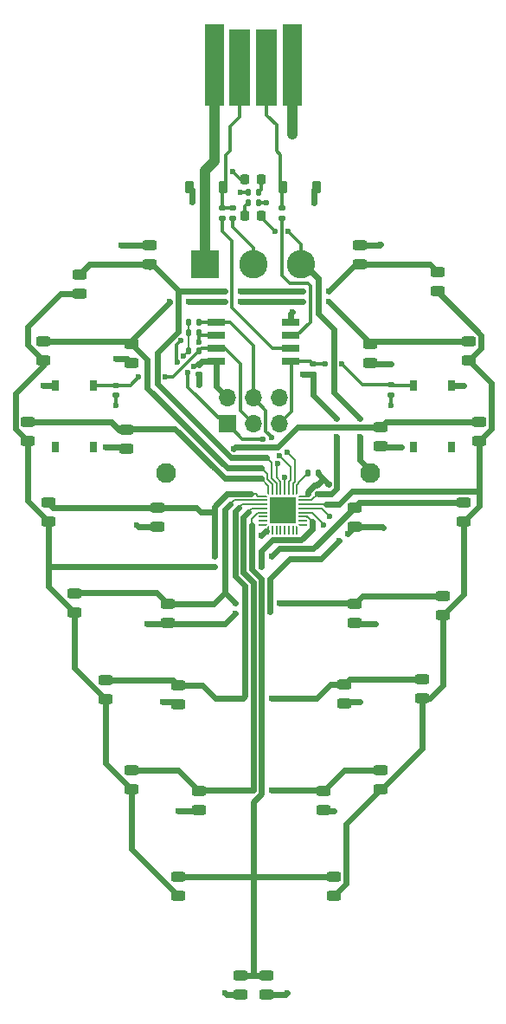
<source format=gbr>
%TF.GenerationSoftware,KiCad,Pcbnew,9.0.6*%
%TF.CreationDate,2025-12-02T17:46:32-08:00*%
%TF.ProjectId,xmas advent 2025,786d6173-2061-4647-9665-6e7420323032,rev?*%
%TF.SameCoordinates,Original*%
%TF.FileFunction,Copper,L1,Top*%
%TF.FilePolarity,Positive*%
%FSLAX46Y46*%
G04 Gerber Fmt 4.6, Leading zero omitted, Abs format (unit mm)*
G04 Created by KiCad (PCBNEW 9.0.6) date 2025-12-02 17:46:32*
%MOMM*%
%LPD*%
G01*
G04 APERTURE LIST*
G04 Aperture macros list*
%AMRoundRect*
0 Rectangle with rounded corners*
0 $1 Rounding radius*
0 $2 $3 $4 $5 $6 $7 $8 $9 X,Y pos of 4 corners*
0 Add a 4 corners polygon primitive as box body*
4,1,4,$2,$3,$4,$5,$6,$7,$8,$9,$2,$3,0*
0 Add four circle primitives for the rounded corners*
1,1,$1+$1,$2,$3*
1,1,$1+$1,$4,$5*
1,1,$1+$1,$6,$7*
1,1,$1+$1,$8,$9*
0 Add four rect primitives between the rounded corners*
20,1,$1+$1,$2,$3,$4,$5,0*
20,1,$1+$1,$4,$5,$6,$7,0*
20,1,$1+$1,$6,$7,$8,$9,0*
20,1,$1+$1,$8,$9,$2,$3,0*%
%AMFreePoly0*
4,1,14,0.314644,0.085355,0.385355,0.014644,0.400000,-0.020711,0.400000,-0.050000,0.385355,-0.085355,0.350000,-0.100000,-0.350000,-0.100000,-0.385355,-0.085355,-0.400000,-0.050000,-0.400000,0.050000,-0.385355,0.085355,-0.350000,0.100000,0.279289,0.100000,0.314644,0.085355,0.314644,0.085355,$1*%
%AMFreePoly1*
4,1,14,0.385355,0.085355,0.400000,0.050000,0.400000,0.020711,0.385355,-0.014644,0.314644,-0.085355,0.279289,-0.100000,-0.350000,-0.100000,-0.385355,-0.085355,-0.400000,-0.050000,-0.400000,0.050000,-0.385355,0.085355,-0.350000,0.100000,0.350000,0.100000,0.385355,0.085355,0.385355,0.085355,$1*%
%AMFreePoly2*
4,1,14,0.085355,0.385355,0.100000,0.350000,0.100000,-0.350000,0.085355,-0.385355,0.050000,-0.400000,-0.050000,-0.400000,-0.085355,-0.385355,-0.100000,-0.350000,-0.100000,0.279289,-0.085355,0.314644,-0.014644,0.385355,0.020711,0.400000,0.050000,0.400000,0.085355,0.385355,0.085355,0.385355,$1*%
%AMFreePoly3*
4,1,14,0.014644,0.385355,0.085355,0.314644,0.100000,0.279289,0.100000,-0.350000,0.085355,-0.385355,0.050000,-0.400000,-0.050000,-0.400000,-0.085355,-0.385355,-0.100000,-0.350000,-0.100000,0.350000,-0.085355,0.385355,-0.050000,0.400000,-0.020711,0.400000,0.014644,0.385355,0.014644,0.385355,$1*%
%AMFreePoly4*
4,1,14,0.385355,0.085355,0.400000,0.050000,0.400000,-0.050000,0.385355,-0.085355,0.350000,-0.100000,-0.279289,-0.100000,-0.314644,-0.085355,-0.385355,-0.014644,-0.400000,0.020711,-0.400000,0.050000,-0.385355,0.085355,-0.350000,0.100000,0.350000,0.100000,0.385355,0.085355,0.385355,0.085355,$1*%
%AMFreePoly5*
4,1,14,0.385355,0.085355,0.400000,0.050000,0.400000,-0.050000,0.385355,-0.085355,0.350000,-0.100000,-0.350000,-0.100000,-0.385355,-0.085355,-0.400000,-0.050000,-0.400000,-0.020711,-0.385355,0.014644,-0.314644,0.085355,-0.279289,0.100000,0.350000,0.100000,0.385355,0.085355,0.385355,0.085355,$1*%
%AMFreePoly6*
4,1,14,0.085355,0.385355,0.100000,0.350000,0.100000,-0.279289,0.085355,-0.314644,0.014644,-0.385355,-0.020711,-0.400000,-0.050000,-0.400000,-0.085355,-0.385355,-0.100000,-0.350000,-0.100000,0.350000,-0.085355,0.385355,-0.050000,0.400000,0.050000,0.400000,0.085355,0.385355,0.085355,0.385355,$1*%
%AMFreePoly7*
4,1,14,0.085355,0.385355,0.100000,0.350000,0.100000,-0.350000,0.085355,-0.385355,0.050000,-0.400000,0.020711,-0.400000,-0.014644,-0.385355,-0.085355,-0.314644,-0.100000,-0.279289,-0.100000,0.350000,-0.085355,0.385355,-0.050000,0.400000,0.050000,0.400000,0.085355,0.385355,0.085355,0.385355,$1*%
G04 Aperture macros list end*
%TA.AperFunction,SMDPad,CuDef*%
%ADD10RoundRect,0.140000X-0.170000X0.140000X-0.170000X-0.140000X0.170000X-0.140000X0.170000X0.140000X0*%
%TD*%
%TA.AperFunction,SMDPad,CuDef*%
%ADD11R,0.750000X1.000000*%
%TD*%
%TA.AperFunction,SMDPad,CuDef*%
%ADD12RoundRect,0.135000X-0.185000X0.135000X-0.185000X-0.135000X0.185000X-0.135000X0.185000X0.135000X0*%
%TD*%
%TA.AperFunction,SMDPad,CuDef*%
%ADD13RoundRect,0.243750X0.456250X-0.243750X0.456250X0.243750X-0.456250X0.243750X-0.456250X-0.243750X0*%
%TD*%
%TA.AperFunction,SMDPad,CuDef*%
%ADD14RoundRect,0.243750X-0.456250X0.243750X-0.456250X-0.243750X0.456250X-0.243750X0.456250X0.243750X0*%
%TD*%
%TA.AperFunction,SMDPad,CuDef*%
%ADD15RoundRect,0.140000X0.170000X-0.140000X0.170000X0.140000X-0.170000X0.140000X-0.170000X-0.140000X0*%
%TD*%
%TA.AperFunction,SMDPad,CuDef*%
%ADD16RoundRect,0.135000X-0.135000X-0.185000X0.135000X-0.185000X0.135000X0.185000X-0.135000X0.185000X0*%
%TD*%
%TA.AperFunction,SMDPad,CuDef*%
%ADD17RoundRect,0.135000X0.135000X0.185000X-0.135000X0.185000X-0.135000X-0.185000X0.135000X-0.185000X0*%
%TD*%
%TA.AperFunction,SMDPad,CuDef*%
%ADD18RoundRect,0.225000X0.225000X0.375000X-0.225000X0.375000X-0.225000X-0.375000X0.225000X-0.375000X0*%
%TD*%
%TA.AperFunction,SMDPad,CuDef*%
%ADD19FreePoly0,0.000000*%
%TD*%
%TA.AperFunction,SMDPad,CuDef*%
%ADD20RoundRect,0.050000X-0.350000X-0.050000X0.350000X-0.050000X0.350000X0.050000X-0.350000X0.050000X0*%
%TD*%
%TA.AperFunction,SMDPad,CuDef*%
%ADD21FreePoly1,0.000000*%
%TD*%
%TA.AperFunction,SMDPad,CuDef*%
%ADD22FreePoly2,0.000000*%
%TD*%
%TA.AperFunction,SMDPad,CuDef*%
%ADD23RoundRect,0.050000X-0.050000X-0.350000X0.050000X-0.350000X0.050000X0.350000X-0.050000X0.350000X0*%
%TD*%
%TA.AperFunction,SMDPad,CuDef*%
%ADD24FreePoly3,0.000000*%
%TD*%
%TA.AperFunction,SMDPad,CuDef*%
%ADD25FreePoly4,0.000000*%
%TD*%
%TA.AperFunction,SMDPad,CuDef*%
%ADD26FreePoly5,0.000000*%
%TD*%
%TA.AperFunction,SMDPad,CuDef*%
%ADD27FreePoly6,0.000000*%
%TD*%
%TA.AperFunction,SMDPad,CuDef*%
%ADD28FreePoly7,0.000000*%
%TD*%
%TA.AperFunction,HeatsinkPad*%
%ADD29C,0.500000*%
%TD*%
%TA.AperFunction,HeatsinkPad*%
%ADD30R,2.650000X2.650000*%
%TD*%
%TA.AperFunction,SMDPad,CuDef*%
%ADD31RoundRect,0.218750X-0.218750X-0.256250X0.218750X-0.256250X0.218750X0.256250X-0.218750X0.256250X0*%
%TD*%
%TA.AperFunction,SMDPad,CuDef*%
%ADD32RoundRect,0.218750X0.218750X0.256250X-0.218750X0.256250X-0.218750X-0.256250X0.218750X-0.256250X0*%
%TD*%
%TA.AperFunction,ComponentPad*%
%ADD33R,1.700000X1.700000*%
%TD*%
%TA.AperFunction,ComponentPad*%
%ADD34O,1.700000X1.700000*%
%TD*%
%TA.AperFunction,ConnectorPad*%
%ADD35R,1.900000X8.000000*%
%TD*%
%TA.AperFunction,ConnectorPad*%
%ADD36R,2.000000X7.500000*%
%TD*%
%TA.AperFunction,SMDPad,CuDef*%
%ADD37R,1.700000X0.650000*%
%TD*%
%TA.AperFunction,SMDPad,CuDef*%
%ADD38RoundRect,0.225000X-0.225000X-0.375000X0.225000X-0.375000X0.225000X0.375000X-0.225000X0.375000X0*%
%TD*%
%TA.AperFunction,ComponentPad*%
%ADD39R,2.775000X2.775000*%
%TD*%
%TA.AperFunction,ComponentPad*%
%ADD40C,2.775000*%
%TD*%
%TA.AperFunction,ComponentPad*%
%ADD41C,1.950000*%
%TD*%
%TA.AperFunction,ViaPad*%
%ADD42C,0.600000*%
%TD*%
%TA.AperFunction,Conductor*%
%ADD43C,0.609600*%
%TD*%
%TA.AperFunction,Conductor*%
%ADD44C,0.304800*%
%TD*%
%TA.AperFunction,Conductor*%
%ADD45C,0.200000*%
%TD*%
%TA.AperFunction,Conductor*%
%ADD46C,0.177800*%
%TD*%
%TA.AperFunction,Conductor*%
%ADD47C,1.016000*%
%TD*%
G04 APERTURE END LIST*
D10*
%TO.P,C35,1*%
%TO.N,/PB5*%
X109728000Y-78994000D03*
%TO.P,C35,2*%
%TO.N,GND*%
X109728000Y-79954000D03*
%TD*%
D11*
%TO.P,SW36,1,A*%
%TO.N,GND*%
X76865000Y-85042000D03*
X76865000Y-79042000D03*
%TO.P,SW36,2,B*%
%TO.N,/PB2*%
X80615000Y-85042000D03*
X80615000Y-79042000D03*
%TD*%
D12*
%TO.P,R2,1*%
%TO.N,Net-(D1-K)*%
X99060000Y-61720000D03*
%TO.P,R2,2*%
%TO.N,/PB4*%
X99060000Y-62740000D03*
%TD*%
D13*
%TO.P,D64,1,K*%
%TO.N,Net-(D63-K)*%
X106680000Y-67231500D03*
%TO.P,D64,2,A*%
%TO.N,Net-(D36-A)*%
X106680000Y-65356500D03*
%TD*%
D14*
%TO.P,D42,1,K*%
%TO.N,Net-(D39-K)*%
X84328000Y-116664500D03*
%TO.P,D42,2,A*%
%TO.N,Net-(D38-A)*%
X84328000Y-118539500D03*
%TD*%
%TO.P,D54,1,K*%
%TO.N,Net-(D51-K)*%
X76200000Y-90502500D03*
%TO.P,D54,2,A*%
%TO.N,Net-(D38-A)*%
X76200000Y-92377500D03*
%TD*%
%TO.P,D55,1,K*%
%TO.N,Net-(D55-K)*%
X118364000Y-82628500D03*
%TO.P,D55,2,A*%
%TO.N,Net-(D35-A)*%
X118364000Y-84503500D03*
%TD*%
%TO.P,D51,1,K*%
%TO.N,Net-(D51-K)*%
X116840000Y-90502500D03*
%TO.P,D51,2,A*%
%TO.N,Net-(D35-A)*%
X116840000Y-92377500D03*
%TD*%
%TO.P,D36,1,K*%
%TO.N,Net-(D35-K)*%
X97536000Y-136705000D03*
%TO.P,D36,2,A*%
%TO.N,Net-(D36-A)*%
X97536000Y-138580000D03*
%TD*%
D12*
%TO.P,R1,1*%
%TO.N,Net-(D2-K)*%
X93218000Y-61720000D03*
%TO.P,R1,2*%
%TO.N,/PB3*%
X93218000Y-62740000D03*
%TD*%
D15*
%TO.P,C7,1*%
%TO.N,VCC*%
X103632000Y-89634000D03*
%TO.P,C7,2*%
%TO.N,GND*%
X103632000Y-88674000D03*
%TD*%
D16*
%TO.P,R38,1*%
%TO.N,GND*%
X95756000Y-60198000D03*
%TO.P,R38,2*%
%TO.N,Net-(D67-K)*%
X96776000Y-60198000D03*
%TD*%
D14*
%TO.P,D35,1,K*%
%TO.N,Net-(D35-K)*%
X104140000Y-127053000D03*
%TO.P,D35,2,A*%
%TO.N,Net-(D35-A)*%
X104140000Y-128928000D03*
%TD*%
D17*
%TO.P,R39,1*%
%TO.N,GND*%
X96776000Y-61214000D03*
%TO.P,R39,2*%
%TO.N,Net-(D68-K)*%
X95756000Y-61214000D03*
%TD*%
D12*
%TO.P,R3,1*%
%TO.N,Net-(D2-K)*%
X94234000Y-61720000D03*
%TO.P,R3,2*%
%TO.N,VCC*%
X94234000Y-62740000D03*
%TD*%
D14*
%TO.P,D58,1,K*%
%TO.N,Net-(D55-K)*%
X74168000Y-82628500D03*
%TO.P,D58,2,A*%
%TO.N,Net-(D38-A)*%
X74168000Y-84503500D03*
%TD*%
D10*
%TO.P,C6,1*%
%TO.N,GND*%
X102616000Y-88674000D03*
%TO.P,C6,2*%
%TO.N,VCC*%
X102616000Y-89634000D03*
%TD*%
D18*
%TO.P,D2,1,K*%
%TO.N,Net-(D2-K)*%
X93344000Y-59690000D03*
%TO.P,D2,2,A*%
%TO.N,GND*%
X90044000Y-59690000D03*
%TD*%
D14*
%TO.P,D60,1,K*%
%TO.N,Net-(D59-K)*%
X107696000Y-75008500D03*
%TO.P,D60,2,A*%
%TO.N,Net-(D36-A)*%
X107696000Y-76883500D03*
%TD*%
D19*
%TO.P,U7,1,CS4*%
%TO.N,Net-(D51-K)*%
X97193000Y-89869000D03*
D20*
%TO.P,U7,2,CS5*%
%TO.N,Net-(D47-K)*%
X97193000Y-90269000D03*
%TO.P,U7,3,CS6*%
%TO.N,Net-(D43-K)*%
X97193000Y-90669000D03*
%TO.P,U7,4,CS7*%
%TO.N,Net-(D39-K)*%
X97193000Y-91069000D03*
%TO.P,U7,5,CS8*%
%TO.N,Net-(D35-K)*%
X97193000Y-91469000D03*
%TO.P,U7,6,CS9*%
%TO.N,unconnected-(U7-CS9-Pad6)*%
X97193000Y-91869000D03*
%TO.P,U7,7,CS10*%
%TO.N,unconnected-(U7-CS10-Pad7)*%
X97193000Y-92269000D03*
D21*
%TO.P,U7,8,CS11*%
%TO.N,unconnected-(U7-CS11-Pad8)*%
X97193000Y-92669000D03*
D22*
%TO.P,U7,9,GND*%
%TO.N,GND*%
X97743000Y-93219000D03*
D23*
%TO.P,U7,10,CS12*%
%TO.N,unconnected-(U7-CS12-Pad10)*%
X98143000Y-93219000D03*
%TO.P,U7,11,CS13*%
%TO.N,unconnected-(U7-CS13-Pad11)*%
X98543000Y-93219000D03*
%TO.P,U7,12,CS14*%
%TO.N,unconnected-(U7-CS14-Pad12)*%
X98943000Y-93219000D03*
%TO.P,U7,13,CS15*%
%TO.N,unconnected-(U7-CS15-Pad13)*%
X99343000Y-93219000D03*
%TO.P,U7,14,SW9/CS16*%
%TO.N,unconnected-(U7-SW9{slash}CS16-Pad14)*%
X99743000Y-93219000D03*
%TO.P,U7,15,SW8*%
%TO.N,unconnected-(U7-SW8-Pad15)*%
X100143000Y-93219000D03*
D24*
%TO.P,U7,16,SW7*%
%TO.N,unconnected-(U7-SW7-Pad16)*%
X100543000Y-93219000D03*
D25*
%TO.P,U7,17,SW6*%
%TO.N,unconnected-(U7-SW6-Pad17)*%
X101093000Y-92669000D03*
D20*
%TO.P,U7,18,SW5*%
%TO.N,unconnected-(U7-SW5-Pad18)*%
X101093000Y-92269000D03*
%TO.P,U7,19,SW4*%
%TO.N,Net-(D38-A)*%
X101093000Y-91869000D03*
%TO.P,U7,20,SW3*%
%TO.N,Net-(D37-A)*%
X101093000Y-91469000D03*
%TO.P,U7,21,SW2*%
%TO.N,Net-(D36-A)*%
X101093000Y-91069000D03*
%TO.P,U7,22,SW1*%
%TO.N,Net-(D35-A)*%
X101093000Y-90669000D03*
%TO.P,U7,23,VCC*%
%TO.N,VCC*%
X101093000Y-90269000D03*
D26*
%TO.P,U7,24,GND*%
%TO.N,GND*%
X101093000Y-89869000D03*
D27*
%TO.P,U7,25,ISET*%
%TO.N,Net-(U7-ISET)*%
X100543000Y-89319000D03*
D23*
%TO.P,U7,26,SDA*%
%TO.N,/PB0*%
X100143000Y-89319000D03*
%TO.P,U7,27,SCL*%
%TO.N,/PB1*%
X99743000Y-89319000D03*
%TO.P,U7,28,AD*%
%TO.N,GND*%
X99343000Y-89319000D03*
%TO.P,U7,29,SDB*%
%TO.N,/PB2*%
X98943000Y-89319000D03*
%TO.P,U7,30,CS1*%
%TO.N,Net-(D63-K)*%
X98543000Y-89319000D03*
%TO.P,U7,31,CS2*%
%TO.N,Net-(D59-K)*%
X98143000Y-89319000D03*
D28*
%TO.P,U7,32,CS3*%
%TO.N,Net-(D55-K)*%
X97743000Y-89319000D03*
D29*
%TO.P,U7,33,GND*%
%TO.N,GND*%
X98293000Y-90419000D03*
X98293000Y-91269000D03*
X98293000Y-92119000D03*
X99143000Y-90419000D03*
X99143000Y-91269000D03*
D30*
X99143000Y-91269000D03*
D29*
X99143000Y-92119000D03*
X99993000Y-90419000D03*
X99993000Y-91269000D03*
X99993000Y-92119000D03*
%TD*%
D14*
%TO.P,D50,1,K*%
%TO.N,Net-(D47-K)*%
X78740000Y-99392500D03*
%TO.P,D50,2,A*%
%TO.N,Net-(D38-A)*%
X78740000Y-101267500D03*
%TD*%
%TO.P,D46,1,K*%
%TO.N,Net-(D43-K)*%
X81788000Y-107800000D03*
%TO.P,D46,2,A*%
%TO.N,Net-(D38-A)*%
X81788000Y-109675000D03*
%TD*%
%TO.P,D66,1,K*%
%TO.N,Net-(D63-K)*%
X79248000Y-68203000D03*
%TO.P,D66,2,A*%
%TO.N,Net-(D38-A)*%
X79248000Y-70078000D03*
%TD*%
D17*
%TO.P,R37,1*%
%TO.N,/PB0*%
X90934000Y-72898000D03*
%TO.P,R37,2*%
%TO.N,VCC*%
X89914000Y-72898000D03*
%TD*%
D14*
%TO.P,D52,1,K*%
%TO.N,Net-(D51-K)*%
X106172000Y-90985000D03*
%TO.P,D52,2,A*%
%TO.N,Net-(D36-A)*%
X106172000Y-92860000D03*
%TD*%
D13*
%TO.P,D65,1,K*%
%TO.N,Net-(D63-K)*%
X86106000Y-67231500D03*
%TO.P,D65,2,A*%
%TO.N,Net-(D37-A)*%
X86106000Y-65356500D03*
%TD*%
D14*
%TO.P,D37,1,K*%
%TO.N,Net-(D35-K)*%
X94996000Y-136705000D03*
%TO.P,D37,2,A*%
%TO.N,Net-(D37-A)*%
X94996000Y-138580000D03*
%TD*%
%TO.P,D48,1,K*%
%TO.N,Net-(D47-K)*%
X106172000Y-100408500D03*
%TO.P,D48,2,A*%
%TO.N,Net-(D36-A)*%
X106172000Y-102283500D03*
%TD*%
D31*
%TO.P,D68,1,K*%
%TO.N,Net-(D68-K)*%
X95478500Y-62484000D03*
%TO.P,D68,2,A*%
%TO.N,Net-(BT1-+)*%
X97053500Y-62484000D03*
%TD*%
D32*
%TO.P,D67,1,K*%
%TO.N,Net-(D67-K)*%
X97053500Y-58928000D03*
%TO.P,D67,2,A*%
%TO.N,VBUS*%
X95478500Y-58928000D03*
%TD*%
D14*
%TO.P,D63,1,K*%
%TO.N,Net-(D63-K)*%
X114300000Y-67975000D03*
%TO.P,D63,2,A*%
%TO.N,Net-(D35-A)*%
X114300000Y-69850000D03*
%TD*%
D10*
%TO.P,C1,1*%
%TO.N,VCC*%
X90932000Y-76990000D03*
%TO.P,C1,2*%
%TO.N,GND*%
X90932000Y-77950000D03*
%TD*%
D12*
%TO.P,R45,1*%
%TO.N,/PB5*%
X102108000Y-76962000D03*
%TO.P,R45,2*%
%TO.N,VCC*%
X102108000Y-77982000D03*
%TD*%
D14*
%TO.P,D56,1,K*%
%TO.N,Net-(D55-K)*%
X108712000Y-83136500D03*
%TO.P,D56,2,A*%
%TO.N,Net-(D36-A)*%
X108712000Y-85011500D03*
%TD*%
D33*
%TO.P,J2,1,MISO*%
%TO.N,/PB1*%
X93726000Y-82804000D03*
D34*
%TO.P,J2,2,VCC*%
%TO.N,VCC*%
X93726000Y-80264000D03*
%TO.P,J2,3,SCK*%
%TO.N,/PB2*%
X96266000Y-82804000D03*
%TO.P,J2,4,MOSI*%
%TO.N,/PB0*%
X96266000Y-80264000D03*
%TO.P,J2,5,~{RST}*%
%TO.N,/PB5*%
X98806000Y-82804000D03*
%TO.P,J2,6,GND*%
%TO.N,GND*%
X98806000Y-80264000D03*
%TD*%
D35*
%TO.P,J1,1,VBUS*%
%TO.N,VBUS*%
X92456000Y-47756000D03*
D36*
%TO.P,J1,2,D-*%
%TO.N,Net-(D2-K)*%
X94966000Y-48006000D03*
%TO.P,J1,3,D+*%
%TO.N,Net-(D1-K)*%
X97566000Y-48006000D03*
D35*
%TO.P,J1,4,GND*%
%TO.N,GND*%
X100076000Y-47756000D03*
%TD*%
D14*
%TO.P,D53,1,K*%
%TO.N,Net-(D51-K)*%
X86868000Y-90985000D03*
%TO.P,D53,2,A*%
%TO.N,Net-(D37-A)*%
X86868000Y-92860000D03*
%TD*%
%TO.P,D45,1,K*%
%TO.N,Net-(D43-K)*%
X88900000Y-108308000D03*
%TO.P,D45,2,A*%
%TO.N,Net-(D37-A)*%
X88900000Y-110183000D03*
%TD*%
D17*
%TO.P,R36,1*%
%TO.N,/PB1*%
X90934000Y-73914000D03*
%TO.P,R36,2*%
%TO.N,VCC*%
X89914000Y-73914000D03*
%TD*%
D14*
%TO.P,D59,1,K*%
%TO.N,Net-(D59-K)*%
X117348000Y-74729000D03*
%TO.P,D59,2,A*%
%TO.N,Net-(D35-A)*%
X117348000Y-76604000D03*
%TD*%
D37*
%TO.P,U1,1,~{RESET}/PB5*%
%TO.N,/PB5*%
X99916000Y-76708000D03*
%TO.P,U1,2,XTAL1/PB3*%
%TO.N,/PB3*%
X99916000Y-75438000D03*
%TO.P,U1,3,XTAL2/PB4*%
%TO.N,/PB4*%
X99916000Y-74168000D03*
%TO.P,U1,4,GND*%
%TO.N,GND*%
X99916000Y-72898000D03*
%TO.P,U1,5,AREF/PB0*%
%TO.N,/PB0*%
X92616000Y-72898000D03*
%TO.P,U1,6,PB1*%
%TO.N,/PB1*%
X92616000Y-74168000D03*
%TO.P,U1,7,PB2*%
%TO.N,/PB2*%
X92616000Y-75438000D03*
%TO.P,U1,8,VCC*%
%TO.N,VCC*%
X92616000Y-76708000D03*
%TD*%
D14*
%TO.P,D47,1,K*%
%TO.N,Net-(D47-K)*%
X114808000Y-99621000D03*
%TO.P,D47,2,A*%
%TO.N,Net-(D35-A)*%
X114808000Y-101496000D03*
%TD*%
%TO.P,D41,1,K*%
%TO.N,Net-(D39-K)*%
X90932000Y-118696500D03*
%TO.P,D41,2,A*%
%TO.N,Net-(D37-A)*%
X90932000Y-120571500D03*
%TD*%
D17*
%TO.P,R40,1*%
%TO.N,GND*%
X102618000Y-87630000D03*
%TO.P,R40,2*%
%TO.N,Net-(U7-ISET)*%
X101598000Y-87630000D03*
%TD*%
D10*
%TO.P,C36,1*%
%TO.N,/PB2*%
X82804000Y-79022000D03*
%TO.P,C36,2*%
%TO.N,GND*%
X82804000Y-79982000D03*
%TD*%
D17*
%TO.P,R35,1*%
%TO.N,/PB2*%
X90934000Y-75692000D03*
%TO.P,R35,2*%
%TO.N,VCC*%
X89914000Y-75692000D03*
%TD*%
D38*
%TO.P,D1,1,K*%
%TO.N,Net-(D1-K)*%
X99188000Y-59690000D03*
%TO.P,D1,2,A*%
%TO.N,GND*%
X102488000Y-59690000D03*
%TD*%
D14*
%TO.P,D43,1,K*%
%TO.N,Net-(D43-K)*%
X112776000Y-107749000D03*
%TO.P,D43,2,A*%
%TO.N,Net-(D35-A)*%
X112776000Y-109624000D03*
%TD*%
%TO.P,D62,1,K*%
%TO.N,Net-(D59-K)*%
X75692000Y-74729000D03*
%TO.P,D62,2,A*%
%TO.N,Net-(D38-A)*%
X75692000Y-76604000D03*
%TD*%
%TO.P,D49,1,K*%
%TO.N,Net-(D47-K)*%
X87884000Y-100408500D03*
%TO.P,D49,2,A*%
%TO.N,Net-(D37-A)*%
X87884000Y-102283500D03*
%TD*%
%TO.P,D38,1,K*%
%TO.N,Net-(D35-K)*%
X88900000Y-127053000D03*
%TO.P,D38,2,A*%
%TO.N,Net-(D38-A)*%
X88900000Y-128928000D03*
%TD*%
%TO.P,D57,1,K*%
%TO.N,Net-(D55-K)*%
X83820000Y-83365000D03*
%TO.P,D57,2,A*%
%TO.N,Net-(D37-A)*%
X83820000Y-85240000D03*
%TD*%
%TO.P,D61,1,K*%
%TO.N,Net-(D59-K)*%
X84328000Y-75008500D03*
%TO.P,D61,2,A*%
%TO.N,Net-(D37-A)*%
X84328000Y-76883500D03*
%TD*%
D11*
%TO.P,SW35,1,A*%
%TO.N,GND*%
X115667000Y-79042000D03*
X115667000Y-85042000D03*
%TO.P,SW35,2,B*%
%TO.N,/PB5*%
X111917000Y-79042000D03*
X111917000Y-85042000D03*
%TD*%
D14*
%TO.P,D39,1,K*%
%TO.N,Net-(D39-K)*%
X108712000Y-116664500D03*
%TO.P,D39,2,A*%
%TO.N,Net-(D35-A)*%
X108712000Y-118539500D03*
%TD*%
D39*
%TO.P,SW1,1,A*%
%TO.N,VBUS*%
X91566000Y-67183000D03*
D40*
%TO.P,SW1,2,B*%
%TO.N,VCC*%
X96266000Y-67183000D03*
%TO.P,SW1,3,C*%
%TO.N,Net-(BT1-+)*%
X100966000Y-67183000D03*
%TD*%
D14*
%TO.P,D40,1,K*%
%TO.N,Net-(D39-K)*%
X103124000Y-118696500D03*
%TO.P,D40,2,A*%
%TO.N,Net-(D36-A)*%
X103124000Y-120571500D03*
%TD*%
%TO.P,D44,1,K*%
%TO.N,Net-(D43-K)*%
X105156000Y-108257000D03*
%TO.P,D44,2,A*%
%TO.N,Net-(D36-A)*%
X105156000Y-110132000D03*
%TD*%
D41*
%TO.P,BT1,1,+*%
%TO.N,Net-(BT1-+)*%
X107696000Y-87630000D03*
%TO.P,BT1,2,-*%
%TO.N,GND*%
X87696000Y-87630000D03*
%TD*%
D42*
%TO.N,Net-(BT1-+)*%
X98407600Y-64008000D03*
X106680000Y-84074000D03*
X99712400Y-64008000D03*
X106680000Y-82296000D03*
%TO.N,GND*%
X109728000Y-81026000D03*
X82804000Y-81026000D03*
X102234000Y-61214000D03*
X97028000Y-93726000D03*
X90298000Y-61088000D03*
X103124000Y-88166000D03*
X97536000Y-61214000D03*
X100076000Y-71882000D03*
X94996000Y-60198000D03*
X100076000Y-54483000D03*
X90932000Y-78994000D03*
X116840000Y-79042000D03*
X99343000Y-88017301D03*
X75740000Y-79042000D03*
%TO.N,VCC*%
X101092000Y-77978000D03*
X104394000Y-84074000D03*
X89408000Y-76200000D03*
X104394000Y-82296000D03*
X90424000Y-77216000D03*
%TO.N,VBUS*%
X94250400Y-58166000D03*
X92456000Y-57150000D03*
%TO.N,/PB5*%
X103335200Y-76962000D03*
X104944800Y-76962000D03*
%TO.N,/PB2*%
X98632900Y-86686534D03*
X85047200Y-78232000D03*
X87672800Y-78232000D03*
%TO.N,/PB1*%
X98827148Y-85899899D03*
X89858313Y-77781687D03*
X90932000Y-74785600D03*
X97211169Y-84285200D03*
X89154000Y-74676000D03*
X88842313Y-76765687D03*
%TO.N,/PB0*%
X99568000Y-85598000D03*
X98035105Y-84166254D03*
%TO.N,Net-(D36-A)*%
X110744000Y-85090000D03*
X109728000Y-76962000D03*
X106680000Y-109982000D03*
X108966000Y-92964000D03*
X103733206Y-91837194D03*
X105485000Y-93547000D03*
X108712000Y-65278000D03*
X108204000Y-102362000D03*
X99568000Y-138430000D03*
X104140000Y-120650000D03*
%TO.N,Net-(D37-A)*%
X88900000Y-120650000D03*
X93472000Y-138430000D03*
X94488000Y-101346000D03*
X84836000Y-92710000D03*
X103124000Y-92710000D03*
X83312000Y-65356500D03*
X97885200Y-101187200D03*
X104648000Y-94234000D03*
X82804000Y-76454000D03*
X87376000Y-109982000D03*
X81788000Y-85090000D03*
X85852000Y-102362000D03*
%TO.N,Net-(D38-A)*%
X97028000Y-96774000D03*
X92456000Y-96774000D03*
%TO.N,Net-(D39-K)*%
X96266000Y-118618000D03*
X98044000Y-118618000D03*
%TO.N,Net-(D43-K)*%
X95250000Y-109600000D03*
X98044000Y-109600000D03*
%TO.N,Net-(D47-K)*%
X94488000Y-100330000D03*
X98806000Y-100330000D03*
%TO.N,Net-(D51-K)*%
X92456000Y-95758000D03*
X98044000Y-95758000D03*
%TO.N,Net-(D55-K)*%
X94361000Y-85217000D03*
X92456000Y-87122000D03*
%TO.N,Net-(D59-K)*%
X103632000Y-70866000D03*
X101092000Y-70866000D03*
X93472000Y-70866000D03*
X88095200Y-70866000D03*
X89916000Y-70866000D03*
X95013400Y-70866000D03*
%TO.N,Net-(D63-K)*%
X93472000Y-69850000D03*
X101092000Y-69850000D03*
X103632000Y-69850000D03*
X94996000Y-69850000D03*
%TD*%
D43*
%TO.N,Net-(BT1-+)*%
X106680000Y-86314000D02*
X107996000Y-87630000D01*
D44*
X97053500Y-62653900D02*
X97053500Y-62484000D01*
D43*
X106680000Y-84074000D02*
X106680000Y-86314000D01*
X104140000Y-73534948D02*
X102592937Y-71987885D01*
X106680000Y-82296000D02*
X104140000Y-79756000D01*
X102592937Y-68556937D02*
X101219000Y-67183000D01*
D44*
X99712400Y-64008000D02*
X100966000Y-65261600D01*
D43*
X101219000Y-67183000D02*
X100966000Y-67183000D01*
X102592937Y-71987885D02*
X102592937Y-68556937D01*
D44*
X98407600Y-64008000D02*
X97053500Y-62653900D01*
D43*
X104140000Y-79756000D02*
X104140000Y-73534948D01*
D44*
X100966000Y-65261600D02*
X100966000Y-67183000D01*
D43*
%TO.N,GND*%
X99916000Y-72898000D02*
X99916000Y-72042000D01*
D44*
X95756000Y-60198000D02*
X94996000Y-60198000D01*
D43*
X75740000Y-79042000D02*
X76200000Y-79042000D01*
X90044000Y-59690000D02*
X90298000Y-59944000D01*
X102234000Y-61214000D02*
X102234000Y-59944000D01*
D45*
X101589360Y-89869000D02*
X101093000Y-89869000D01*
D43*
X97028000Y-93726000D02*
X97470200Y-93283800D01*
D44*
X82804000Y-79982000D02*
X82804000Y-81026000D01*
D43*
X90298000Y-59944000D02*
X90298000Y-61088000D01*
X76865000Y-79042000D02*
X75740000Y-79042000D01*
X90932000Y-77950000D02*
X90932000Y-78994000D01*
D45*
X101589360Y-89662000D02*
X101589360Y-89869000D01*
D43*
X102234000Y-59944000D02*
X102488000Y-59690000D01*
D44*
X96776000Y-61214000D02*
X97536000Y-61214000D01*
D46*
X99343000Y-88017301D02*
X99343000Y-89319000D01*
D43*
X116840000Y-79042000D02*
X115667000Y-79042000D01*
X102618000Y-87660000D02*
X102618000Y-87630000D01*
X101589360Y-89662000D02*
X101589360Y-89434874D01*
X103124000Y-88166000D02*
X102618000Y-87660000D01*
X103124000Y-88166000D02*
X103632000Y-88674000D01*
X102199834Y-88824400D02*
X102465600Y-88824400D01*
X101589360Y-89434874D02*
X102199834Y-88824400D01*
X102465600Y-88824400D02*
X103124000Y-88166000D01*
D47*
X100076000Y-47756000D02*
X100076000Y-54483000D01*
D43*
X99916000Y-72042000D02*
X100076000Y-71882000D01*
X97470200Y-93283800D02*
X97535000Y-93283800D01*
D44*
X109728000Y-79954000D02*
X109728000Y-81026000D01*
D43*
%TO.N,VCC*%
X104394000Y-82296000D02*
X102108000Y-80010000D01*
X92616000Y-76708000D02*
X92616000Y-79154000D01*
D45*
X89408000Y-76200000D02*
X89914000Y-75694000D01*
D43*
X91214000Y-76708000D02*
X90932000Y-76990000D01*
X90906000Y-76964000D02*
X90932000Y-76990000D01*
X102108000Y-77982000D02*
X101096000Y-77982000D01*
D44*
X96266000Y-65595500D02*
X96266000Y-67183000D01*
D45*
X89914000Y-75694000D02*
X89914000Y-75692000D01*
D46*
X102616000Y-89634000D02*
X101981000Y-90269000D01*
D45*
X90706000Y-77216000D02*
X90932000Y-76990000D01*
X89914000Y-73914000D02*
X89914000Y-75692000D01*
D43*
X104446800Y-89114200D02*
X104446800Y-84126800D01*
X92616000Y-79154000D02*
X93726000Y-80264000D01*
D46*
X101981000Y-90269000D02*
X101093000Y-90269000D01*
D43*
X104446800Y-84126800D02*
X104394000Y-84074000D01*
D45*
X90424000Y-77216000D02*
X90706000Y-77216000D01*
D43*
X102108000Y-80010000D02*
X102108000Y-77982000D01*
X102616000Y-89634000D02*
X103927000Y-89634000D01*
X103927000Y-89634000D02*
X104446800Y-89114200D01*
D45*
X89914000Y-72898000D02*
X89914000Y-73914000D01*
D43*
X92616000Y-76708000D02*
X91214000Y-76708000D01*
D44*
X94234000Y-63563500D02*
X96266000Y-65595500D01*
X94234000Y-62740000D02*
X94234000Y-63563500D01*
D43*
X101096000Y-77982000D02*
X101092000Y-77978000D01*
D44*
%TO.N,Net-(D1-K)*%
X98934000Y-59436000D02*
X98934000Y-56516000D01*
X99060000Y-59818000D02*
X99188000Y-59690000D01*
X97566000Y-52608000D02*
X97566000Y-49302840D01*
X98934000Y-56516000D02*
X98552000Y-56134000D01*
X98552000Y-53594000D02*
X97566000Y-52608000D01*
X98552000Y-56134000D02*
X98552000Y-53594000D01*
X99060000Y-61720000D02*
X99060000Y-59818000D01*
X99188000Y-59690000D02*
X98934000Y-59436000D01*
%TO.N,Net-(D2-K)*%
X93598000Y-56516000D02*
X93980000Y-56134000D01*
X93218000Y-59816000D02*
X93218000Y-61720000D01*
X93980000Y-53772800D02*
X94966000Y-52786800D01*
X93344000Y-59690000D02*
X93598000Y-59436000D01*
X93980000Y-56134000D02*
X93980000Y-53772800D01*
X93344000Y-59690000D02*
X93218000Y-59816000D01*
X93218000Y-61720000D02*
X94234000Y-61720000D01*
X93598000Y-59436000D02*
X93598000Y-56516000D01*
X94966000Y-52786800D02*
X94966000Y-49302840D01*
D47*
%TO.N,VBUS*%
X91566000Y-58040000D02*
X91566000Y-67183000D01*
D44*
X95478500Y-58928000D02*
X95012400Y-58928000D01*
X95012400Y-58928000D02*
X94250400Y-58166000D01*
D47*
X92456000Y-49052840D02*
X92456000Y-57150000D01*
X92456000Y-57150000D02*
X91566000Y-58040000D01*
D44*
%TO.N,/PB5*%
X104944800Y-76962000D02*
X106976800Y-78994000D01*
X109776000Y-79042000D02*
X109728000Y-78994000D01*
X100008400Y-81601600D02*
X100008400Y-76800400D01*
X111917000Y-79042000D02*
X109776000Y-79042000D01*
X106976800Y-78994000D02*
X109728000Y-78994000D01*
X98806000Y-82804000D02*
X100008400Y-81601600D01*
X102108000Y-76962000D02*
X103335200Y-76962000D01*
X99916000Y-76708000D02*
X101854000Y-76708000D01*
X101854000Y-76708000D02*
X102108000Y-76962000D01*
X100008400Y-76800400D02*
X99916000Y-76708000D01*
%TO.N,/PB2*%
X93472000Y-75438000D02*
X92616000Y-75438000D01*
X80615000Y-79042000D02*
X82784000Y-79042000D01*
X94996000Y-81534000D02*
X94996000Y-76962000D01*
X90927030Y-75692000D02*
X90934000Y-75692000D01*
X88392000Y-78227030D02*
X90927030Y-75692000D01*
D46*
X98632900Y-86686534D02*
X98552000Y-86767434D01*
D44*
X92616000Y-75438000D02*
X91188000Y-75438000D01*
X85047200Y-78232000D02*
X84257200Y-79022000D01*
D46*
X98552000Y-86767434D02*
X98552000Y-88059130D01*
X98552000Y-88059130D02*
X98943000Y-88450130D01*
D44*
X87672800Y-78232000D02*
X87677770Y-78227030D01*
X84257200Y-79022000D02*
X82804000Y-79022000D01*
D46*
X98943000Y-88450130D02*
X98943000Y-89319000D01*
D44*
X94996000Y-76962000D02*
X93472000Y-75438000D01*
X87677770Y-78227030D02*
X88392000Y-78227030D01*
X91188000Y-75438000D02*
X90934000Y-75692000D01*
X82784000Y-79042000D02*
X82804000Y-79022000D01*
X96266000Y-82804000D02*
X94996000Y-81534000D01*
%TO.N,/PB1*%
X88842313Y-76765687D02*
X88842313Y-76556946D01*
X89858313Y-77781687D02*
X89858313Y-79190313D01*
X88755600Y-76470233D02*
X88755600Y-75074400D01*
X97211169Y-84285200D02*
X95207200Y-84285200D01*
D46*
X99931900Y-87004651D02*
X98827148Y-85899899D01*
D44*
X88842313Y-76556946D02*
X88755600Y-76470233D01*
D46*
X99743000Y-88471000D02*
X99931900Y-88282100D01*
D44*
X91188000Y-74168000D02*
X90934000Y-73914000D01*
X92616000Y-74168000D02*
X91188000Y-74168000D01*
X95207200Y-84285200D02*
X93726000Y-82804000D01*
X93472000Y-82804000D02*
X93726000Y-82804000D01*
X89858313Y-79190313D02*
X93472000Y-82804000D01*
X88755600Y-75074400D02*
X89154000Y-74676000D01*
X90932000Y-73916000D02*
X90932000Y-74785600D01*
D46*
X99931900Y-88282100D02*
X99931900Y-87004651D01*
X99743000Y-89319000D02*
X99743000Y-88471000D01*
D44*
X90934000Y-73914000D02*
X90932000Y-73916000D01*
%TO.N,/PB0*%
X96266000Y-75184000D02*
X93980000Y-72898000D01*
X98035105Y-84065105D02*
X97487928Y-83517928D01*
D46*
X100309700Y-86339700D02*
X99568000Y-85598000D01*
X100309700Y-88479300D02*
X100309700Y-86339700D01*
D44*
X97487928Y-81485928D02*
X96266000Y-80264000D01*
X93980000Y-72898000D02*
X92616000Y-72898000D01*
D46*
X100143000Y-88646000D02*
X100309700Y-88479300D01*
D44*
X96266000Y-80264000D02*
X96266000Y-75184000D01*
X98035105Y-84166254D02*
X98035105Y-84065105D01*
X92616000Y-72898000D02*
X90934000Y-72898000D01*
D46*
X100143000Y-89319000D02*
X100143000Y-88646000D01*
D44*
X97487928Y-83517928D02*
X97487928Y-81485928D01*
%TO.N,/PB3*%
X93218000Y-64008000D02*
X94129200Y-64919200D01*
X93218000Y-62740000D02*
X93218000Y-64008000D01*
X94129200Y-64919200D02*
X94129200Y-71396200D01*
X98171000Y-75438000D02*
X99916000Y-75438000D01*
X94129200Y-71396200D02*
X98171000Y-75438000D01*
%TO.N,/PB4*%
X99916000Y-74168000D02*
X100525800Y-74168000D01*
X101854000Y-72839800D02*
X101854000Y-69342000D01*
X100525800Y-74168000D02*
X101854000Y-72839800D01*
X101600000Y-69088000D02*
X99822000Y-69088000D01*
X101854000Y-69342000D02*
X101600000Y-69088000D01*
X99822000Y-69088000D02*
X99060000Y-68326000D01*
X99060000Y-68326000D02*
X99060000Y-62740000D01*
D43*
%TO.N,Net-(D35-A)*%
X114808000Y-101496000D02*
X116840000Y-99464000D01*
X116840000Y-99464000D02*
X116840000Y-92377500D01*
X118552800Y-74102800D02*
X118552800Y-75399200D01*
X119568800Y-83298700D02*
X119568800Y-78824800D01*
X105344800Y-127723200D02*
X105344800Y-121906700D01*
X112776000Y-114554000D02*
X112776000Y-109624000D01*
X113544919Y-109624000D02*
X114808000Y-108360919D01*
X118364000Y-89662000D02*
X118364000Y-84503500D01*
X105918000Y-89408000D02*
X118110000Y-89408000D01*
X116840000Y-92377500D02*
X118364000Y-90853500D01*
X118110000Y-89408000D02*
X118364000Y-89662000D01*
X104140000Y-128928000D02*
X105344800Y-127723200D01*
X118364000Y-90853500D02*
X118364000Y-89662000D01*
X118364000Y-84503500D02*
X119568800Y-83298700D01*
D46*
X103115000Y-90669000D02*
X101093000Y-90669000D01*
D43*
X103420328Y-90669000D02*
X104657000Y-90669000D01*
X105344800Y-121906700D02*
X108712000Y-118539500D01*
X112776000Y-109624000D02*
X113544919Y-109624000D01*
X108790500Y-118539500D02*
X112776000Y-114554000D01*
X114300000Y-69850000D02*
X118552800Y-74102800D01*
X118552800Y-75399200D02*
X117348000Y-76604000D01*
X104657000Y-90669000D02*
X105918000Y-89408000D01*
X114808000Y-108360919D02*
X114808000Y-101496000D01*
X108712000Y-118539500D02*
X108790500Y-118539500D01*
X119568800Y-78824800D02*
X117348000Y-76604000D01*
%TO.N,Net-(D35-K)*%
X97536000Y-127053000D02*
X98225000Y-127053000D01*
X97075600Y-97966547D02*
X97075600Y-118953347D01*
X88900000Y-127053000D02*
X104140000Y-127053000D01*
X97536000Y-136705000D02*
X94996000Y-136705000D01*
X96266000Y-119762947D02*
X96266000Y-127053000D01*
X96107200Y-96998147D02*
X97075600Y-97966547D01*
X88900000Y-127053000D02*
X97536000Y-127053000D01*
X97075600Y-118953347D02*
X96266000Y-119762947D01*
X96266000Y-127053000D02*
X96266000Y-136705000D01*
X96107200Y-92710000D02*
X96107200Y-96998147D01*
D46*
X96107200Y-92074138D02*
X96712338Y-91469000D01*
X96107200Y-92710000D02*
X96107200Y-92074138D01*
X96712338Y-91469000D02*
X97193000Y-91469000D01*
D43*
X96266000Y-136705000D02*
X97536000Y-136705000D01*
%TO.N,Net-(D36-A)*%
X107774500Y-76962000D02*
X107696000Y-76883500D01*
X108790500Y-85090000D02*
X108712000Y-85011500D01*
X109728000Y-76962000D02*
X107774500Y-76962000D01*
X106680000Y-65356500D02*
X108633500Y-65356500D01*
X104140000Y-120650000D02*
X103202500Y-120650000D01*
D45*
X103733206Y-91837194D02*
X102965012Y-91069000D01*
D43*
X108966000Y-92964000D02*
X108862000Y-92860000D01*
X105485000Y-93547000D02*
X106172000Y-92860000D01*
X106250500Y-102362000D02*
X106172000Y-102283500D01*
X110744000Y-85090000D02*
X108790500Y-85090000D01*
X105306000Y-109982000D02*
X105156000Y-110132000D01*
X99418000Y-138580000D02*
X99568000Y-138430000D01*
D45*
X102965012Y-91069000D02*
X101093000Y-91069000D01*
D43*
X108204000Y-102362000D02*
X106250500Y-102362000D01*
X103202500Y-120650000D02*
X103124000Y-120571500D01*
X108862000Y-92860000D02*
X106172000Y-92860000D01*
X108633500Y-65356500D02*
X108712000Y-65278000D01*
X106680000Y-109982000D02*
X105306000Y-109982000D01*
X97536000Y-138580000D02*
X99418000Y-138580000D01*
%TO.N,Net-(D37-A)*%
X94488000Y-101346000D02*
X93472000Y-102362000D01*
X88699000Y-109982000D02*
X88900000Y-110183000D01*
X83898500Y-76454000D02*
X84328000Y-76883500D01*
X90853500Y-120650000D02*
X90932000Y-120571500D01*
X81788000Y-85090000D02*
X83670000Y-85090000D01*
X102870000Y-96012000D02*
X99822000Y-96012000D01*
X83670000Y-85090000D02*
X83820000Y-85240000D01*
D46*
X103124000Y-92579719D02*
X102013281Y-91469000D01*
D43*
X93622000Y-138580000D02*
X94996000Y-138580000D01*
D46*
X102013281Y-91469000D02*
X101093000Y-91469000D01*
D43*
X87962500Y-102362000D02*
X87884000Y-102283500D01*
X87376000Y-109982000D02*
X88699000Y-109982000D01*
D46*
X103124000Y-92710000D02*
X103124000Y-92579719D01*
D43*
X82804000Y-76454000D02*
X83898500Y-76454000D01*
X93472000Y-138430000D02*
X93622000Y-138580000D01*
X85852000Y-102362000D02*
X87805500Y-102362000D01*
X86868000Y-92860000D02*
X84986000Y-92860000D01*
X97885200Y-97948800D02*
X97885200Y-101187200D01*
X83312000Y-65356500D02*
X86106000Y-65356500D01*
X99822000Y-96012000D02*
X97885200Y-97948800D01*
X104648000Y-94234000D02*
X102870000Y-96012000D01*
X84986000Y-92860000D02*
X84836000Y-92710000D01*
X93472000Y-102362000D02*
X87962500Y-102362000D01*
X88900000Y-120650000D02*
X90853500Y-120650000D01*
X87805500Y-102362000D02*
X87884000Y-102283500D01*
%TO.N,Net-(D38-A)*%
X84328000Y-118539500D02*
X84328000Y-124346914D01*
X76200000Y-95758000D02*
X76200000Y-98727500D01*
X74168000Y-73283000D02*
X77373000Y-70078000D01*
X74168000Y-90345500D02*
X76200000Y-92377500D01*
X74168000Y-84503500D02*
X74168000Y-90345500D01*
X76200000Y-92377500D02*
X76200000Y-95758000D01*
X84328000Y-124346914D02*
X84339498Y-124367498D01*
X76200000Y-96774000D02*
X76200000Y-95758000D01*
X97028000Y-95250000D02*
X98144200Y-94133800D01*
D46*
X101093000Y-91869000D02*
X101527221Y-91869000D01*
D43*
X75692000Y-76604000D02*
X74168000Y-75080000D01*
X75692000Y-76604000D02*
X75692000Y-77112000D01*
X92456000Y-96774000D02*
X76200000Y-96774000D01*
X75692000Y-77112000D02*
X72963200Y-79840800D01*
X78740000Y-101267500D02*
X78740000Y-106627000D01*
X76200000Y-98727500D02*
X78740000Y-101267500D01*
X74168000Y-75080000D02*
X74168000Y-73283000D01*
X97028000Y-96774000D02*
X97028000Y-95250000D01*
X98144200Y-94133800D02*
X100938200Y-94133800D01*
X78740000Y-106627000D02*
X81788000Y-109675000D01*
D46*
X102007800Y-92303138D02*
X102007800Y-92385590D01*
X101527221Y-91869000D02*
X101538321Y-91880100D01*
D43*
X100938200Y-94133800D02*
X102007800Y-93064200D01*
D46*
X101573662Y-91869000D02*
X102007800Y-92303138D01*
D43*
X81788000Y-109675000D02*
X81788000Y-115999500D01*
X72963200Y-79840800D02*
X72963200Y-83298700D01*
X84339498Y-124367498D02*
X88900000Y-128928000D01*
X77373000Y-70078000D02*
X79248000Y-70078000D01*
D46*
X101093000Y-91869000D02*
X101573662Y-91869000D01*
D43*
X81788000Y-115999500D02*
X84328000Y-118539500D01*
X102007800Y-93064200D02*
X102007800Y-92385590D01*
X72963200Y-83298700D02*
X74168000Y-84503500D01*
%TO.N,Net-(D39-K)*%
X91010500Y-118618000D02*
X90932000Y-118696500D01*
X95297600Y-91900400D02*
X95758000Y-91440000D01*
X95297600Y-97333495D02*
X95297600Y-91900400D01*
X98044000Y-118618000D02*
X103045500Y-118618000D01*
X88900000Y-116664500D02*
X90932000Y-118696500D01*
X96266000Y-118618000D02*
X91010500Y-118618000D01*
D46*
X96129000Y-91069000D02*
X97193000Y-91069000D01*
X95758000Y-91440000D02*
X96129000Y-91069000D01*
D43*
X84328000Y-116664500D02*
X88900000Y-116664500D01*
X96266000Y-98301895D02*
X95297600Y-97333495D01*
X103124000Y-118696500D02*
X105156000Y-116664500D01*
X96266000Y-118618000D02*
X96266000Y-98301895D01*
X105156000Y-116664500D02*
X108712000Y-116664500D01*
X103045500Y-118618000D02*
X103124000Y-118696500D01*
%TO.N,Net-(D43-K)*%
X92582000Y-109600000D02*
X91290000Y-108308000D01*
X95456400Y-109393600D02*
X95456400Y-98637243D01*
X81788000Y-107800000D02*
X88392000Y-107800000D01*
X95250000Y-109600000D02*
X92582000Y-109600000D01*
X94488000Y-91353640D02*
X94825820Y-91015820D01*
X88392000Y-107800000D02*
X88900000Y-108308000D01*
X95456400Y-98637243D02*
X94488000Y-97668843D01*
X91290000Y-108308000D02*
X88900000Y-108308000D01*
D45*
X95172640Y-90669000D02*
X97193000Y-90669000D01*
D43*
X102490000Y-109600000D02*
X103833000Y-108257000D01*
X103833000Y-108257000D02*
X105156000Y-108257000D01*
D45*
X94825820Y-91015820D02*
X95172640Y-90669000D01*
D43*
X105156000Y-108257000D02*
X105664000Y-107749000D01*
X105664000Y-107749000D02*
X112776000Y-107749000D01*
X98044000Y-109600000D02*
X102490000Y-109600000D01*
X94488000Y-97668843D02*
X94488000Y-91353640D01*
X95250000Y-109600000D02*
X95456400Y-109393600D01*
%TO.N,Net-(D47-K)*%
X106172000Y-100408500D02*
X106959500Y-99621000D01*
X93472000Y-91186000D02*
X93980000Y-90678000D01*
X93472000Y-99314000D02*
X93472000Y-98806000D01*
X94488000Y-100330000D02*
X93472000Y-99314000D01*
X78818500Y-99314000D02*
X78740000Y-99392500D01*
X105865000Y-100330000D02*
X105943500Y-100408500D01*
X93472000Y-98806000D02*
X93472000Y-91186000D01*
X93472000Y-99314000D02*
X92377500Y-100408500D01*
X86789500Y-99314000D02*
X78818500Y-99314000D01*
X92377500Y-100408500D02*
X87884000Y-100408500D01*
D46*
X94389000Y-90269000D02*
X97193000Y-90269000D01*
X93980000Y-90678000D02*
X94389000Y-90269000D01*
D43*
X87884000Y-100408500D02*
X86789500Y-99314000D01*
X106959500Y-99621000D02*
X114808000Y-99621000D01*
X98806000Y-100330000D02*
X105865000Y-100330000D01*
X105943500Y-100408500D02*
X106172000Y-100408500D01*
%TO.N,Net-(D51-K)*%
X102161000Y-94996000D02*
X106172000Y-90985000D01*
X96012000Y-89662000D02*
X93674671Y-89662000D01*
X76682500Y-90985000D02*
X76200000Y-90502500D01*
D46*
X96012000Y-89662000D02*
X96505338Y-89662000D01*
D43*
X92456000Y-90880671D02*
X92456000Y-91379000D01*
X98044000Y-95758000D02*
X98806000Y-94996000D01*
D46*
X96712338Y-89869000D02*
X97193000Y-89869000D01*
X96505338Y-89662000D02*
X96712338Y-89869000D01*
D43*
X91125000Y-91379000D02*
X90731000Y-90985000D01*
X98806000Y-94996000D02*
X102161000Y-94996000D01*
X93674671Y-89662000D02*
X92456000Y-90880671D01*
X106654500Y-90502500D02*
X106172000Y-90985000D01*
X90731000Y-90985000D02*
X86868000Y-90985000D01*
X116840000Y-90502500D02*
X106654500Y-90502500D01*
X92456000Y-91379000D02*
X91125000Y-91379000D01*
X86868000Y-90985000D02*
X76682500Y-90985000D01*
X92456000Y-95758000D02*
X92456000Y-91379000D01*
%TO.N,Net-(D55-K)*%
X92456000Y-87122000D02*
X88583000Y-83249000D01*
X94488000Y-85090000D02*
X98689977Y-85090000D01*
X98689977Y-85090000D02*
X100643477Y-83136500D01*
X94361000Y-85217000D02*
X94488000Y-85090000D01*
X83936000Y-83249000D02*
X83820000Y-83365000D01*
X83111000Y-83365000D02*
X82374500Y-82628500D01*
X109220000Y-82628500D02*
X108712000Y-83136500D01*
X88583000Y-83249000D02*
X87884000Y-83249000D01*
X83820000Y-83365000D02*
X83111000Y-83365000D01*
X87884000Y-83249000D02*
X83936000Y-83249000D01*
X97028000Y-88138000D02*
X93472000Y-88138000D01*
X118364000Y-82628500D02*
X109220000Y-82628500D01*
X82374500Y-82628500D02*
X74168000Y-82628500D01*
X93472000Y-88138000D02*
X92456000Y-87122000D01*
X100643477Y-83136500D02*
X108712000Y-83136500D01*
D46*
X97743000Y-89319000D02*
X97743000Y-88853000D01*
X97743000Y-88853000D02*
X97028000Y-88138000D01*
D43*
%TO.N,Net-(D59-K)*%
X103632000Y-70866000D02*
X107696000Y-74930000D01*
X84048500Y-74729000D02*
X75692000Y-74729000D01*
X117348000Y-74729000D02*
X107975500Y-74729000D01*
X107696000Y-74930000D02*
X107696000Y-75008500D01*
D46*
X97621700Y-87715700D02*
X97621700Y-88197410D01*
D43*
X84328000Y-75008500D02*
X84048500Y-74729000D01*
X89916000Y-70866000D02*
X93472000Y-70866000D01*
X88090400Y-70913600D02*
X88090400Y-70866000D01*
X95013400Y-70866000D02*
X101092000Y-70866000D01*
X84328000Y-75008500D02*
X84328000Y-74676000D01*
X107975500Y-74729000D02*
X107696000Y-75008500D01*
X93703727Y-87122000D02*
X85852000Y-79270273D01*
D46*
X97028000Y-87122000D02*
X97621700Y-87715700D01*
X98143000Y-88718710D02*
X98143000Y-89319000D01*
X97621700Y-88197410D02*
X98143000Y-88718710D01*
D43*
X84328000Y-74676000D02*
X88090400Y-70913600D01*
X85852000Y-76532500D02*
X84328000Y-75008500D01*
X97028000Y-87122000D02*
X93703727Y-87122000D01*
X85852000Y-79270273D02*
X85852000Y-76532500D01*
%TO.N,Net-(D63-K)*%
X93472000Y-69850000D02*
X88978500Y-69850000D01*
X97536000Y-86106000D02*
X94064400Y-86106000D01*
X103632000Y-69850000D02*
X106172000Y-67310000D01*
X88900000Y-73791840D02*
X88900000Y-69771500D01*
X113556500Y-67231500D02*
X114300000Y-67975000D01*
D46*
X98044000Y-88085420D02*
X98543000Y-88584420D01*
X97536000Y-86106000D02*
X98044000Y-86614000D01*
D43*
X88900000Y-69771500D02*
X88470500Y-69342000D01*
X106601500Y-67310000D02*
X106680000Y-67231500D01*
D46*
X98044000Y-86614000D02*
X98044000Y-88085420D01*
D43*
X88978500Y-69850000D02*
X88470500Y-69342000D01*
X86106000Y-67485500D02*
X86106000Y-67231500D01*
D46*
X98543000Y-88584420D02*
X98543000Y-89319000D01*
D43*
X86868000Y-75823840D02*
X88900000Y-73791840D01*
X94996000Y-69850000D02*
X101092000Y-69850000D01*
X80219500Y-67231500D02*
X79248000Y-68203000D01*
X86868000Y-78909600D02*
X86868000Y-75823840D01*
X86106000Y-67231500D02*
X86360000Y-67231500D01*
X106172000Y-67310000D02*
X106601500Y-67310000D01*
X94064400Y-86106000D02*
X86868000Y-78909600D01*
X106680000Y-67231500D02*
X113556500Y-67231500D01*
X86360000Y-67231500D02*
X88470500Y-69342000D01*
X86106000Y-67231500D02*
X80219500Y-67231500D01*
D46*
%TO.N,Net-(U7-ISET)*%
X100543000Y-88780290D02*
X100687500Y-88635790D01*
X100543000Y-89319000D02*
X100543000Y-88780290D01*
X100687500Y-88635790D02*
X100687500Y-88542500D01*
X101598000Y-87632000D02*
X101598000Y-87630000D01*
X100687500Y-88542500D02*
X101598000Y-87632000D01*
D44*
%TO.N,Net-(D67-K)*%
X97053500Y-59920500D02*
X96776000Y-60198000D01*
X97053500Y-58928000D02*
X97053500Y-59920500D01*
%TO.N,Net-(D68-K)*%
X95756000Y-61214000D02*
X95478500Y-61491500D01*
X95478500Y-61491500D02*
X95478500Y-62484000D01*
%TD*%
M02*

</source>
